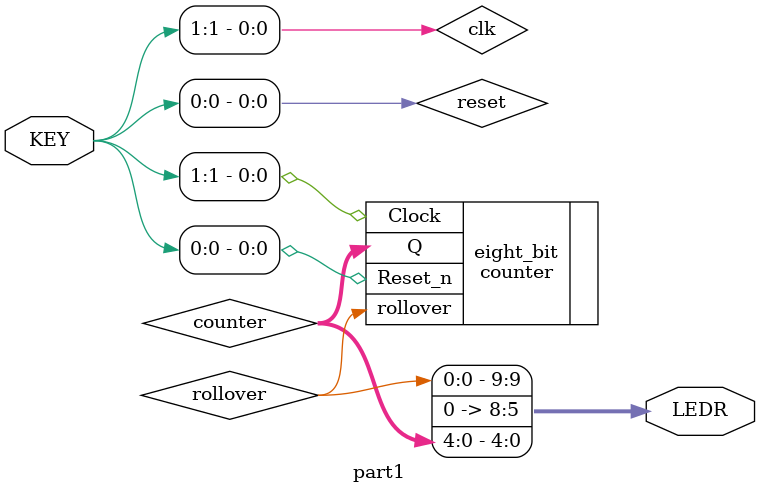
<source format=v>
module part1 (KEY, LEDR);

//KEY0 and KEY1 for reset and clock
input [1:0] KEY;

output [9:0] LEDR;

wire clk;
wire reset;
wire [4:0] counter;
wire rollover;

assign clk = KEY[1];
assign reset = KEY[0];

assign LEDR[9] = rollover;
assign LEDR[8:5] = 0;
assign LEDR[4:0] = counter;

counter eight_bit ( .Clock(clk), .Reset_n(reset), .Q(counter), .rollover(rollover) );
	defparam eight_bit.n = 5;
	defparam eight_bit.k = 20;

endmodule
</source>
